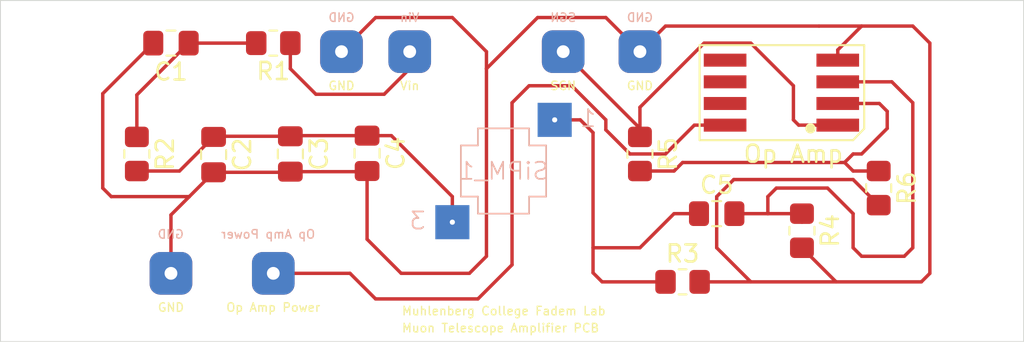
<source format=kicad_pcb>
(kicad_pcb (version 20240108) (generator "pcbnew") (generator_version "8.0")
  (layers (0 "F.Cu" signal) (31 "B.Cu" signal) (34 "B.Paste" user) (35 "F.Paste" user) (36 "B.SilkS" user "B.Silkscreen") (37 "F.SilkS" user "F.Silkscreen") (38 "B.Mask" user) (39 "F.Mask" user) (44 "Edge.Cuts" user))
  (net 0 "")
  (net 1 "GND")
  (net 2 "Net-(C1-Pad1)")
  (net 3 "Net-(SiPM_1-Cathode)")
  (net 4 "Net-(SiPM_1-Anode)")
  (net 5 "Net-(U1-+)")
  (net 6 "Net-(R6-Pad1)")
  (net 7 "Net-(U1--)")
  (net 8 "+29.4V")
  (net 9 "Net-(J1-Pin_1)")
  (footprint "Capacitor_SMD:C_0805_2012Metric_Pad1.18x1.45mm_HandSolder" (layer "F.Cu") (at 125 87.5 180)
    (property "Reference" "C1" (at 0 -1.68 0) (layer "F.SilkS"))
    (property "Value" "10nF")
    (fp_line (start -0.261252 0.735) (end 0.261252 0.735) (stroke (width 0.12)) (layer "F.SilkS"))
    (fp_line (start -0.261252 -0.735) (end 0.261252 -0.735) (stroke (width 0.12)) (layer "F.SilkS"))
    (pad "1" smd roundrect (at -1.0375 0 180) (size 1.175 1.45) (layers "F.Cu" "F.Paste" "F.Mask") (roundrect_rratio 0.212766) (net 2 "Net-(C1-Pad1)"))
    (pad "2" smd roundrect (at 1.0375 0 180) (size 1.175 1.45) (layers "F.Cu" "F.Paste" "F.Mask") (roundrect_rratio 0.212766) (net 1 "GND"))
  )
  (footprint "Resistor_SMD:R_0805_2012Metric_Pad1.20x1.40mm_HandSolder" (layer "F.Cu") (at 155 101.5)
    (property "Reference" "R3" (at 0 -1.65 0) (layer "F.SilkS"))
    (property "Value" "49.9")
    (fp_line (start -0.227064 -0.735) (end 0.227064 -0.735) (stroke (width 0.12)) (layer "F.SilkS"))
    (fp_line (start -0.227064 0.735) (end 0.227064 0.735) (stroke (width 0.12)) (layer "F.SilkS"))
    (pad "1" smd roundrect (at -1 0) (size 1.2 1.4) (layers "F.Cu" "F.Paste" "F.Mask") (roundrect_rratio 0.208333) (net 4 "Net-(SiPM_1-Anode)"))
    (pad "2" smd roundrect (at 1 0) (size 1.2 1.4) (layers "F.Cu" "F.Paste" "F.Mask") (roundrect_rratio 0.208333) (net 1 "GND"))
  )
  (footprint "Connector_Wire:SolderWirePad_1x01_SMD_1x2mm" (layer "F.Cu") (at 125 101)
    (property "Reference" "GND" (at 0 2 0) (layer "F.SilkS") (effects (font (size 0.5 0.5) (thickness 0.08))))
    (property "Value" "SolderWirePad_1x01_SMD_1x2mm" (hide yes))
    (pad "1" thru_hole roundrect (at 0 0) (size 2.5 2.5) (drill 0.75) (layers "*.Cu" "*.Mask") (net 1 "GND"))
  )
  (footprint "Resistor_SMD:R_0805_2012Metric_Pad1.20x1.40mm_HandSolder" (layer "F.Cu") (at 166.5 96 -90)
    (property "Reference" "R6" (at 0 -1.65 90) (layer "F.SilkS"))
    (property "Value" "1K")
    (fp_line (start -0.227064 0.735) (end 0.227064 0.735) (stroke (width 0.12)) (layer "F.SilkS"))
    (fp_line (start -0.227064 -0.735) (end 0.227064 -0.735) (stroke (width 0.12)) (layer "F.SilkS"))
    (pad "1" smd roundrect (at -1 0 270) (size 1.2 1.4) (layers "F.Cu" "F.Paste" "F.Mask") (roundrect_rratio 0.208333) (net 7 "Net-(U1--)"))
    (pad "2" smd roundrect (at 1 0 270) (size 1.2 1.4) (layers "F.Cu" "F.Paste" "F.Mask") (roundrect_rratio 0.208333) (net 1 "GND"))
  )
  (footprint "Connector_Wire:SolderWirePad_1x01_SMD_1x2mm" (layer "F.Cu") (at 131 101)
    (property "Reference" "Op Amp Power" (at 0 2 0) (layer "F.SilkS") (effects (font (size 0.5 0.5) (thickness 0.08))))
    (property "Value" "SolderWirePad_1x01_SMD_1x2mm" (hide yes))
    (pad "1" thru_hole roundrect (at 0 0) (size 2.5 2.5) (drill 0.75) (layers "*.Cu" "*.Mask") (net 9 "Net-(J1-Pin_1)"))
  )
  (footprint "Capacitor_SMD:C_0805_2012Metric_Pad1.18x1.45mm_HandSolder" (layer "F.Cu") (at 132 94 -90)
    (property "Reference" "C3" (at 0 -1.68 90) (layer "F.SilkS"))
    (property "Value" "10nF")
    (fp_line (start -0.261252 0.735) (end 0.261252 0.735) (stroke (width 0.12)) (layer "F.SilkS"))
    (fp_line (start -0.261252 -0.735) (end 0.261252 -0.735) (stroke (width 0.12)) (layer "F.SilkS"))
    (pad "1" smd roundrect (at -1.0375 0 270) (size 1.175 1.45) (layers "F.Cu" "F.Paste" "F.Mask") (roundrect_rratio 0.212766) (net 3 "Net-(SiPM_1-Cathode)"))
    (pad "2" smd roundrect (at 1.0375 0 270) (size 1.175 1.45) (layers "F.Cu" "F.Paste" "F.Mask") (roundrect_rratio 0.212766) (net 1 "GND"))
  )
  (footprint "Connector_Wire:SolderWirePad_1x01_SMD_1x2mm" (layer "F.Cu") (at 135 88)
    (property "Reference" "GND" (at 0 2 0) (layer "F.SilkS") (effects (font (size 0.5 0.5) (thickness 0.08))))
    (property "Value" "SolderWirePad_1x01_SMD_1x2mm" (hide yes))
    (pad "1" thru_hole roundrect (at 0 0) (size 2.5 2.5) (drill 0.75) (layers "*.Cu" "*.Mask") (net 1 "GND"))
  )
  (footprint "Connector_Wire:SolderWirePad_1x01_SMD_1x2mm" (layer "F.Cu") (at 148 88)
    (property "Reference" "SGN" (at 0 2 0) (layer "F.SilkS") (effects (font (size 0.5 0.5) (thickness 0.08))))
    (property "Value" "SolderWirePad_1x01_SMD_1x2mm" (hide yes))
    (pad "1" thru_hole roundrect (at 0 0) (size 2.5 2.5) (drill 0.75) (layers "*.Cu" "*.Mask") (net 6 "Net-(R6-Pad1)"))
  )
  (footprint "Resistor_SMD:R_0805_2012Metric_Pad1.20x1.40mm_HandSolder" (layer "F.Cu") (at 131 87.5 180)
    (property "Reference" "R1" (at 0 -1.65 0) (layer "F.SilkS"))
    (property "Value" "49.9")
    (fp_line (start -0.227064 0.735) (end 0.227064 0.735) (stroke (width 0.12)) (layer "F.SilkS"))
    (fp_line (start -0.227064 -0.735) (end 0.227064 -0.735) (stroke (width 0.12)) (layer "F.SilkS"))
    (pad "1" smd roundrect (at -1 0 180) (size 1.2 1.4) (layers "F.Cu" "F.Paste" "F.Mask") (roundrect_rratio 0.208333) (net 8 "+29.4V"))
    (pad "2" smd roundrect (at 1 0 180) (size 1.2 1.4) (layers "F.Cu" "F.Paste" "F.Mask") (roundrect_rratio 0.208333) (net 2 "Net-(C1-Pad1)"))
  )
  (footprint "Resistor_SMD:R_0805_2012Metric_Pad1.20x1.40mm_HandSolder" (layer "F.Cu") (at 162 98.5 -90)
    (property "Reference" "R4" (at 0 -1.65 90) (layer "F.SilkS"))
    (property "Value" "1K")
    (fp_line (start -0.227064 0.735) (end 0.227064 0.735) (stroke (width 0.12)) (layer "F.SilkS"))
    (fp_line (start -0.227064 -0.735) (end 0.227064 -0.735) (stroke (width 0.12)) (layer "F.SilkS"))
    (pad "1" smd roundrect (at -1 0 270) (size 1.2 1.4) (layers "F.Cu" "F.Paste" "F.Mask") (roundrect_rratio 0.208333) (net 5 "Net-(U1-+)"))
    (pad "2" smd roundrect (at 1 0 270) (size 1.2 1.4) (layers "F.Cu" "F.Paste" "F.Mask") (roundrect_rratio 0.208333) (net 1 "GND"))
  )
  (footprint "Capacitor_SMD:C_0805_2012Metric_Pad1.18x1.45mm_HandSolder" (layer "F.Cu") (at 136.5 93.9625 -90)
    (property "Reference" "C4" (at 0 -1.68 90) (layer "F.SilkS"))
    (property "Value" "10nF")
    (fp_line (start -0.261252 0.735) (end 0.261252 0.735) (stroke (width 0.12)) (layer "F.SilkS"))
    (fp_line (start -0.261252 -0.735) (end 0.261252 -0.735) (stroke (width 0.12)) (layer "F.SilkS"))
    (pad "1" smd roundrect (at -1.0375 0 270) (size 1.175 1.45) (layers "F.Cu" "F.Paste" "F.Mask") (roundrect_rratio 0.212766) (net 3 "Net-(SiPM_1-Cathode)"))
    (pad "2" smd roundrect (at 1.0375 0 270) (size 1.175 1.45) (layers "F.Cu" "F.Paste" "F.Mask") (roundrect_rratio 0.212766) (net 1 "GND"))
  )
  (footprint "Resistor_SMD:R_0805_2012Metric_Pad1.20x1.40mm_HandSolder" (layer "F.Cu") (at 123 94 -90)
    (property "Reference" "R2" (at 0 -1.65 90) (layer "F.SilkS"))
    (property "Value" "49.9")
    (fp_line (start -0.227064 0.735) (end 0.227064 0.735) (stroke (width 0.12)) (layer "F.SilkS"))
    (fp_line (start -0.227064 -0.735) (end 0.227064 -0.735) (stroke (width 0.12)) (layer "F.SilkS"))
    (pad "1" smd roundrect (at -1 0 270) (size 1.2 1.4) (layers "F.Cu" "F.Paste" "F.Mask") (roundrect_rratio 0.208333) (net 2 "Net-(C1-Pad1)"))
    (pad "2" smd roundrect (at 1 0 270) (size 1.2 1.4) (layers "F.Cu" "F.Paste" "F.Mask") (roundrect_rratio 0.208333) (net 3 "Net-(SiPM_1-Cathode)"))
  )
  (footprint "Capacitor_SMD:C_0805_2012Metric_Pad1.18x1.45mm_HandSolder" (layer "F.Cu") (at 127.5 94.0375 -90)
    (property "Reference" "C2" (at 0 -1.68 90) (layer "F.SilkS"))
    (property "Value" "10nf")
    (fp_line (start -0.261252 0.735) (end 0.261252 0.735) (stroke (width 0.12)) (layer "F.SilkS"))
    (fp_line (start -0.261252 -0.735) (end 0.261252 -0.735) (stroke (width 0.12)) (layer "F.SilkS"))
    (pad "1" smd roundrect (at -1.0375 0 270) (size 1.175 1.45) (layers "F.Cu" "F.Paste" "F.Mask") (roundrect_rratio 0.212766) (net 3 "Net-(SiPM_1-Cathode)"))
    (pad "2" smd roundrect (at 1.0375 0 270) (size 1.175 1.45) (layers "F.Cu" "F.Paste" "F.Mask") (roundrect_rratio 0.212766) (net 1 "GND"))
  )
  (footprint "Connector_Wire:SolderWirePad_1x01_SMD_1x2mm" (layer "F.Cu") (at 139 88)
    (property "Reference" "Vin" (at 0 2 0) (layer "F.SilkS") (effects (font (size 0.5 0.5) (thickness 0.08))))
    (property "Value" "SolderWirePad_1x01_SMD_1x2mm" (hide yes))
    (pad "1" thru_hole roundrect (at 0 0) (size 2.5 2.5) (drill 0.75) (layers "*.Cu" "*.Mask") (net 8 "+29.4V"))
  )
  (footprint "Resistor_SMD:R_0805_2012Metric_Pad1.20x1.40mm_HandSolder" (layer "F.Cu") (at 152.5 94 -90)
    (property "Reference" "R5" (at 0 -1.65 90) (layer "F.SilkS"))
    (property "Value" "39K")
    (fp_line (start -0.227064 0.735) (end 0.227064 0.735) (stroke (width 0.12)) (layer "F.SilkS"))
    (fp_line (start -0.227064 -0.735) (end 0.227064 -0.735) (stroke (width 0.12)) (layer "F.SilkS"))
    (pad "1" smd roundrect (at -1 0 270) (size 1.2 1.4) (layers "F.Cu" "F.Paste" "F.Mask") (roundrect_rratio 0.208333) (net 6 "Net-(R6-Pad1)"))
    (pad "2" smd roundrect (at 1 0 270) (size 1.2 1.4) (layers "F.Cu" "F.Paste" "F.Mask") (roundrect_rratio 0.208333) (net 7 "Net-(U1--)"))
  )
  (footprint "Connector_Wire:SolderWirePad_1x01_SMD_1x2mm" (layer "F.Cu") (at 152.5 88)
    (property "Reference" "GND" (at 0 2 0) (layer "F.SilkS") (effects (font (size 0.5 0.5) (thickness 0.08))))
    (property "Value" "SolderWirePad_1x01_SMD_1x2mm" (hide yes))
    (pad "1" thru_hole roundrect (at 0 0) (size 2.5 2.5) (drill 0.75) (layers "*.Cu" "*.Mask") (net 1 "GND"))
  )
  (footprint "SOIC-8 Footpring:SOIC-8" (layer "F.Cu") (at 161.5 90.405)
    (property "Reference" "Op Amp" (at 0 3.595 0) (layer "F.SilkS"))
    (property "Value" "SOIC-8")
    (fp_line (start -5.5 -2.786) (end 4.15 -2.785993) (stroke (width 0.12)) (layer "F.SilkS"))
    (fp_line (start -5.5 2.786) (end -5.5 -2.786) (stroke (width 0.12)) (layer "F.SilkS"))
    (fp_line (start 3.5 2.786) (end -5.5 2.786) (stroke (width 0.12)) (layer "F.SilkS"))
    (fp_line (start 4.15 2.107009) (end 3.5 2.786) (stroke (width 0.12)) (layer "F.SilkS"))
    (fp_line (start 4.15 2.107009) (end 4.15 -2.785993) (stroke (width 0.12)) (layer "F.SilkS"))
    (pad "1" smd rect (at 2.6 1.905 90) (size 0.762 2.5) (layers "F.Cu" "F.Paste" "F.Mask") (net 6 "Net-(R6-Pad1)"))
    (pad "2" smd rect (at 2.6 0.635 90) (size 0.762 2.5) (layers "F.Cu" "F.Paste" "F.Mask") (net 7 "Net-(U1--)"))
    (pad "3" smd rect (at 2.6 -0.635 90) (size 0.762 2.5) (layers "F.Cu" "F.Paste" "F.Mask") (net 5 "Net-(U1-+)"))
    (pad "4" smd rect (at 2.6 -1.905 90) (size 0.762 2.5) (layers "F.Cu" "F.Paste" "F.Mask") (net 1 "GND"))
    (pad "5" smd rect (at -4.007 -1.905 90) (size 0.762 2.5) (layers "F.Cu" "F.Paste" "F.Mask"))
    (pad "6" smd rect (at -4.007 -0.635 90) (size 0.762 2.5) (layers "F.Cu" "F.Paste" "F.Mask"))
    (pad "7" smd rect (at -4.007 0.635 90) (size 0.762 2.5) (layers "F.Cu" "F.Paste" "F.Mask"))
    (pad "8" smd rect (at -4.007 1.905 90) (size 0.762 2.5) (layers "F.Cu" "F.Paste" "F.Mask") (net 9 "Net-(J1-Pin_1)"))
  )
  (footprint "Capacitor_SMD:C_0805_2012Metric_Pad1.18x1.45mm_HandSolder" (layer "F.Cu") (at 157 97.5)
    (property "Reference" "C5" (at 0 -1.68 0) (layer "F.SilkS"))
    (property "Value" "100 nF")
    (fp_line (start -0.261252 -0.735) (end 0.261252 -0.735) (stroke (width 0.12)) (layer "F.SilkS"))
    (fp_line (start -0.261252 0.735) (end 0.261252 0.735) (stroke (width 0.12)) (layer "F.SilkS"))
    (pad "1" smd roundrect (at -1.0375 0) (size 1.175 1.45) (layers "F.Cu" "F.Paste" "F.Mask") (roundrect_rratio 0.212766) (net 4 "Net-(SiPM_1-Anode)"))
    (pad "2" smd roundrect (at 1.0375 0) (size 1.175 1.45) (layers "F.Cu" "F.Paste" "F.Mask") (roundrect_rratio 0.212766) (net 5 "Net-(U1-+)"))
  )
  (footprint "SiPM Footprint:SiPM_Footprint" (layer "B.Cu") (at 144.5 95 180)
    (property "Reference" "SiPM_1" (at 0 0 0) (layer "B.SilkS") (effects (font (thickness 0.1)) (justify mirror)))
    (property "Value" "~")
    (fp_line (start 2.5 1.5) (end 2.5 -1.5) (stroke (width 0.1)) (layer "B.SilkS"))
    (fp_line (start 2.5 -1.5) (end 1.5 -1.5) (stroke (width 0.1)) (layer "B.SilkS"))
    (fp_line (start 1.5 2.5) (end 1.5 1.5) (stroke (width 0.1)) (layer "B.SilkS"))
    (fp_line (start 1.5 1.5) (end 2.5 1.5) (stroke (width 0.1)) (layer "B.SilkS"))
    (fp_line (start 1.5 -1.5) (end 1.5 -2.5) (stroke (width 0.1)) (layer "B.SilkS"))
    (fp_line (start 1.5 -2.5) (end -1.5 -2.5) (stroke (width 0.1)) (layer "B.SilkS"))
    (fp_line (start -1.5 2.5) (end 1.5 2.5) (stroke (width 0.1)) (layer "B.SilkS"))
    (fp_line (start -1.5 1.5) (end -1.5 2.5) (stroke (width 0.1)) (layer "B.SilkS"))
    (fp_line (start -1.5 -1.5) (end -2.5 -1.5) (stroke (width 0.1)) (layer "B.SilkS"))
    (fp_line (start -1.5 -2.5) (end -1.5 -1.5) (stroke (width 0.1)) (layer "B.SilkS"))
    (fp_line (start -2.5 1.5) (end -1.5 1.5) (stroke (width 0.1)) (layer "B.SilkS"))
    (fp_line (start -2.5 -1.5) (end -2.5 1.5) (stroke (width 0.1)) (layer "B.SilkS"))
    (fp_text user "1" (at -5.5 2.5 0) (layer "B.SilkS") (effects (font (thickness 0.1)) (justify left bottom mirror)))
    (fp_text user "3" (at 4.5 -3.5 0) (layer "B.SilkS") (effects (font (thickness 0.1)) (justify left bottom mirror)))
    (pad "1" smd custom (at -3 3 180) (size 2 2) (layers "B.Cu" "B.Paste" "B.Mask") (net 4 "Net-(SiPM_1-Anode)") (options (clearance outline) (anchor rect)) (primitives))
    (pad "3" smd custom (at 3 -3 180) (size 2 2) (layers "B.Cu" "B.Paste" "B.Mask") (net 3 "Net-(SiPM_1-Cathode)") (options (clearance outline) (anchor rect)) (primitives))
  )
  (gr_circle (center 162.5 92.5) (end 162.75 92.5) (stroke (width 0.1)) (fill solid) (layer "F.SilkS"))
  (gr_rect (start 115 85) (end 175 105) (stroke (width 0.05)) (fill none) (layer "Edge.Cuts"))
  (gr_text "Op Amp Power\n" (at 133.5 99 0) (layer "B.SilkS") (effects (font (size 0.5 0.5) (thickness 0.08)) (justify left bottom mirror)))
  (gr_text "GND" (at 152.5 86 0) (layer "B.SilkS") (effects (font (size 0.5 0.5) (thickness 0.08)) (justify mirror)))
  (gr_text "Vin" (at 139 86 0) (layer "B.SilkS") (effects (font (size 0.5 0.5) (thickness 0.08)) (justify mirror)))
  (gr_text "GND" (at 135 86 0) (layer "B.SilkS") (effects (font (size 0.5 0.5) (thickness 0.08)) (justify mirror)))
  (gr_text "SGN" (at 148 86 0) (layer "B.SilkS") (effects (font (size 0.5 0.5) (thickness 0.08)) (justify mirror)))
  (gr_text "GND" (at 125.8 99 0) (layer "B.SilkS") (effects (font (size 0.5 0.5) (thickness 0.08)) (justify left bottom mirror)))
  (gr_text "Muhlenberg College Fadem Lab" (at 138.5 103.5 0) (layer "F.SilkS") (effects (font (size 0.5 0.5) (thickness 0.08)) (justify left bottom)))
  (gr_text "Muon Telescope Amplifier PCB" (at 138.5 104.5 0) (layer "F.SilkS") (effects (font (size 0.5 0.5) (thickness 0.08)) (justify left bottom)))
  (segment (start 142.5 101) (end 143.5 100) (width 0.2) (layer "F.Cu") (net 1))
  (segment (start 146.5 86) (end 150.5 86) (width 0.2) (layer "F.Cu") (net 1))
  (segment (start 136.5 99) (end 138.5 101) (width 0.2) (layer "F.Cu") (net 1))
  (segment (start 158 95.5) (end 165 95.5) (width 0.2) (layer "F.Cu") (net 1))
  (segment (start 132 95.0375) (end 136.4625 95.0375) (width 0.2) (layer "F.Cu") (net 1))
  (segment (start 162 99.5) (end 164 101.5) (width 0.2) (layer "F.Cu") (net 1))
  (segment (start 143.5 88) (end 143.5 89) (width 0.2) (layer "F.Cu") (net 1))
  (segment (start 126.075 96.5) (end 125 97.575) (width 0.2) (layer "F.Cu") (net 1))
  (segment (start 136.5 95) (end 136.5 99) (width 0.2) (layer "F.Cu") (net 1))
  (segment (start 157 99.5) (end 159 101.5) (width 0.2) (layer "F.Cu") (net 1))
  (segment (start 123.9625 87.5) (end 121 90.4625) (width 0.2) (layer "F.Cu") (net 1))
  (segment (start 157 99.5) (end 157 96.5) (width 0.2) (layer "F.Cu") (net 1))
  (segment (start 163 86.5) (end 154 86.5) (width 0.2) (layer "F.Cu") (net 1))
  (segment (start 157 96.5) (end 158 95.5) (width 0.2) (layer "F.Cu") (net 1))
  (segment (start 165.5 86.5) (end 168.5 86.5) (width 0.2) (layer "F.Cu") (net 1))
  (segment (start 143.5 89) (end 146.5 86) (width 0.2) (layer "F.Cu") (net 1))
  (segment (start 169.5 101) (end 169 101.5) (width 0.2) (layer "F.Cu") (net 1))
  (segment (start 165 95.5) (end 166.5 97) (width 0.2) (layer "F.Cu") (net 1))
  (segment (start 135 88) (end 135 87.5) (width 0.2) (layer "F.Cu") (net 1))
  (segment (start 169.5 87.5) (end 169.5 101) (width 0.2) (layer "F.Cu") (net 1))
  (segment (start 138.5 101) (end 142.5 101) (width 0.2) (layer "F.Cu") (net 1))
  (segment (start 137 86) (end 141.5 86) (width 0.2) (layer "F.Cu") (net 1))
  (segment (start 164.1 87.9) (end 164.1 88.5) (width 0.2) (layer "F.Cu") (net 1))
  (segment (start 131.9625 95.075) (end 132 95.0375) (width 0.2) (layer "F.Cu") (net 1))
  (segment (start 126.075 96.5) (end 127.5 95.075) (width 0.2) (layer "F.Cu") (net 1))
  (segment (start 150.5 86) (end 152.5 88) (width 0.2) (layer "F.Cu") (net 1))
  (segment (start 141.5 86) (end 143.5 88) (width 0.2) (layer "F.Cu") (net 1))
  (segment (start 127.5 95.075) (end 131.9625 95.075) (width 0.2) (layer "F.Cu") (net 1))
  (segment (start 168.5 86.5) (end 169.5 87.5) (width 0.2) (layer "F.Cu") (net 1))
  (segment (start 169 101.5) (end 156 101.5) (width 0.2) (layer "F.Cu") (net 1))
  (segment (start 165.5 86.5) (end 164.1 87.9) (width 0.2) (layer "F.Cu") (net 1))
  (segment (start 125 97.575) (end 125 101) (width 0.2) (layer "F.Cu") (net 1))
  (segment (start 136.4625 95.0375) (end 136.5 95) (width 0.2) (layer "F.Cu") (net 1))
  (segment (start 154 86.5) (end 152.5 88) (width 0.2) (layer "F.Cu") (net 1))
  (segment (start 121 90.4625) (end 121 96) (width 0.2) (layer "F.Cu") (net 1))
  (segment (start 121 96) (end 121.5 96.5) (width 0.2) (layer "F.Cu") (net 1))
  (segment (start 127.4625 95.0375) (end 127.5 95.075) (width 0.2) (layer "F.Cu") (net 1))
  (segment (start 163 86.5) (end 165.5 86.5) (width 0.2) (layer "F.Cu") (net 1))
  (segment (start 121.5 96.5) (end 126.075 96.5) (width 0.2) (layer "F.Cu") (net 1))
  (segment (start 143.5 100) (end 143.5 89) (width 0.2) (layer "F.Cu") (net 1))
  (segment (start 135 88) (end 137 86) (width 0.2) (layer "F.Cu") (net 1))
  (segment (start 126.0375 87.5) (end 130 87.5) (width 0.2) (layer "F.Cu") (net 2))
  (segment (start 123 93) (end 123 90.5375) (width 0.2) (layer "F.Cu") (net 2))
  (segment (start 123 90.5375) (end 126.0375 87.5) (width 0.2) (layer "F.Cu") (net 2))
  (segment (start 132.5 92.925) (end 136.5 92.925) (width 0.2) (layer "F.Cu") (net 3))
  (segment (start 136.5 92.925) (end 137.925 92.925) (width 0.2) (layer "F.Cu") (net 3))
  (segment (start 127.5 93) (end 128 93) (width 0.2) (layer "F.Cu") (net 3))
  (segment (start 123 95) (end 125.5 95) (width 0.2) (layer "F.Cu") (net 3))
  (segment (start 137.925 92.925) (end 141.5 96.5) (width 0.2) (layer "F.Cu") (net 3))
  (segment (start 141.5 96.5) (end 141.5 98) (width 0.2) (layer "F.Cu") (net 3))
  (segment (start 125.5 95) (end 127.5 93) (width 0.2) (layer "F.Cu") (net 3))
  (segment (start 132.4625 92.9625) (end 132.5 92.925) (width 0.2) (layer "F.Cu") (net 3))
  (segment (start 128 93) (end 128.0375 92.9625) (width 0.2) (layer "F.Cu") (net 3))
  (segment (start 128.0375 92.9625) (end 132 92.9625) (width 0.2) (layer "F.Cu") (net 3))
  (segment (start 132 92.9625) (end 132.4625 92.9625) (width 0.2) (layer "F.Cu") (net 3))
  (via micro (at 141.5 98) (size 0.6) (drill 0.3) (layers "F.Cu" "B.Cu") (net 3))
  (segment (start 149 92) (end 147.5 92) (width 0.2) (layer "F.Cu") (net 4))
  (segment (start 149.75 99.5) (end 149.75 92.75) (width 0.2) (layer "F.Cu") (net 4))
  (segment (start 152.5 99.5) (end 149.75 99.5) (width 0.2) (layer "F.Cu") (net 4))
  (segment (start 154.5 97.5) (end 152.5 99.5) (width 0.2) (layer "F.Cu") (net 4))
  (segment (start 154.5 97.5) (end 155.9625 97.5) (width 0.2) (layer "F.Cu") (net 4))
  (segment (start 149.75 92.75) (end 149 92) (width 0.2) (layer "F.Cu") (net 4))
  (segment (start 150.28125 101.5) (end 154 101.5) (width 0.2) (layer "F.Cu") (net 4))
  (segment (start 149.75 100.96875) (end 150.28125 101.5) (width 0.2) (layer "F.Cu") (net 4))
  (segment (start 149.75 100.96875) (end 149.75 99.5) (width 0.2) (layer "F.Cu") (net 4))
  (via micro (at 147.5 92) (size 0.6) (drill 0.3) (layers "F.Cu" "B.Cu") (net 4))
  (segment (start 165 99.5) (end 165.5 100) (width 0.2) (layer "F.Cu") (net 5))
  (segment (start 168.5 99.5) (end 168.5 91) (width 0.2) (layer "F.Cu") (net 5))
  (segment (start 161.5 97.5) (end 162 98) (width 0.2) (layer "F.Cu") (net 5))
  (segment (start 160 96.5) (end 160.5 96) (width 0.2) (layer "F.Cu") (net 5))
  (segment (start 168 100) (end 168.5 99.5) (width 0.2) (layer "F.Cu") (net 5))
  (segment (start 160 97.5) (end 160 96.5) (width 0.2) (layer "F.Cu") (net 5))
  (segment (start 163.5 96) (end 165 97.5) (width 0.2) (layer "F.Cu") (net 5))
  (segment (start 160 97.5) (end 161.5 97.5) (width 0.2) (layer "F.Cu") (net 5))
  (segment (start 160.5 96) (end 163.5 96) (width 0.2) (layer "F.Cu") (net 5))
  (segment (start 167.27 89.77) (end 168.5 91) (width 0.2) (layer "F.Cu") (net 5))
  (segment (start 165.5 100) (end 168 100) (width 0.2) (layer "F.Cu") (net 5))
  (segment (start 158.0375 97.5) (end 160 97.5) (width 0.2) (layer "F.Cu") (net 5))
  (segment (start 164.1 89.77) (end 167.27 89.77) (width 0.2) (layer "F.Cu") (net 5))
  (segment (start 165 97.5) (end 165 99.5) (width 0.2) (layer "F.Cu") (net 5))
  (segment (start 152.525 93.095) (end 152.025 93.095) (width 0.2) (layer "F.Cu") (net 6))
  (segment (start 161.5 90) (end 161.5 92) (width 0.2) (layer "F.Cu") (net 6))
  (segment (start 161.81 92.31) (end 164.1 92.31) (width 0.2) (layer "F.Cu") (net 6))
  (segment (start 152.5 93) (end 152.5 91.262) (width 0.2) (layer "F.Cu") (net 6))
  (segment (start 148 88) (end 152.5 92.5) (width 0.2) (layer "F.Cu") (net 6))
  (segment (start 159 87.5) (end 161.5 90) (width 0.2) (layer "F.Cu") (net 6))
  (segment (start 161.5 92) (end 161.81 92.31) (width 0.2) (layer "F.Cu") (net 6))
  (segment (start 152.5 91.262) (end 156.262 87.5) (width 0.2) (layer "F.Cu") (net 6))
  (segment (start 156.262 87.5) (end 159 87.5) (width 0.2) (layer "F.Cu") (net 6))
  (segment (start 152.5 93.095) (end 153 93.095) (width 0.2) (layer "F.Cu") (net 6))
  (segment (start 152.5 92.5) (end 152.5 93) (width 0.2) (layer "F.Cu") (net 6))
  (segment (start 167 92.5) (end 167 91.5) (width 0.2) (layer "F.Cu") (net 7))
  (segment (start 164.5 94.5) (end 165 95) (width 0.2) (layer "F.Cu") (net 7))
  (segment (start 167 91.5) (end 166.54 91.04) (width 0.2) (layer "F.Cu") (net 7))
  (segment (start 155 94.5) (end 164.5 94.5) (width 0.2) (layer "F.Cu") (net 7))
  (segment (start 165 94) (end 165.5 94) (width 0.2) (layer "F.Cu") (net 7))
  (segment (start 154.5 95) (end 155 94.5) (width 0.2) (layer "F.Cu") (net 7))
  (segment (start 166.54 91.04) (end 164.1 91.04) (width 0.2) (layer "F.Cu") (net 7))
  (segment (start 154.5 95) (end 152.5 95) (width 0.2) (layer "F.Cu") (net 7))
  (segment (start 164.5 94.5) (end 165 94) (width 0.2) (layer "F.Cu") (net 7))
  (segment (start 165.5 94) (end 167 92.5) (width 0.2) (layer "F.Cu") (net 7))
  (segment (start 165 95) (end 166.5 95) (width 0.2) (layer "F.Cu") (net 7))
  (segment (start 139 89) (end 139 88) (width 0.2) (layer "F.Cu") (net 8))
  (segment (start 137.5 90.5) (end 139 89) (width 0.2) (layer "F.Cu") (net 8))
  (segment (start 132 89) (end 133.5 90.5) (width 0.2) (layer "F.Cu") (net 8))
  (segment (start 132 87.5) (end 132 89) (width 0.2) (layer "F.Cu") (net 8))
  (segment (start 133.5 90.5) (end 137.5 90.5) (width 0.2) (layer "F.Cu") (net 8))
  (segment (start 137 102.5) (end 143 102.5) (width 0.2) (layer "F.Cu") (net 9))
  (segment (start 155.69 92.31) (end 157.493 92.31) (width 0.2) (layer "F.Cu") (net 9))
  (segment (start 145 100.5) (end 145 91) (width 0.2) (layer "F.Cu") (net 9))
  (segment (start 146 90) (end 148.5 90) (width 0.2) (layer "F.Cu") (net 9))
  (segment (start 154 94) (end 155.69 92.31) (width 0.2) (layer "F.Cu") (net 9))
  (segment (start 145 91) (end 146 90) (width 0.2) (layer "F.Cu") (net 9))
  (segment (start 151.915256 94) (end 154 94) (width 0.2) (layer "F.Cu") (net 9))
  (segment (start 137 102.5) (end 135.5 101) (width 0.2) (layer "F.Cu") (net 9))
  (segment (start 150.5 92) (end 150.5 92.584744) (width 0.2) (layer "F.Cu") (net 9))
  (segment (start 143 102.5) (end 145 100.5) (width 0.2) (layer "F.Cu") (net 9))
  (segment (start 148.5 90) (end 150.5 92) (width 0.2) (layer "F.Cu") (net 9))
  (segment (start 150.5 92.584744) (end 151.915256 94) (width 0.2) (layer "F.Cu") (net 9))
  (segment (start 135.5 101) (end 131 101) (width 0.2) (layer "F.Cu") (net 9))
)
</source>
